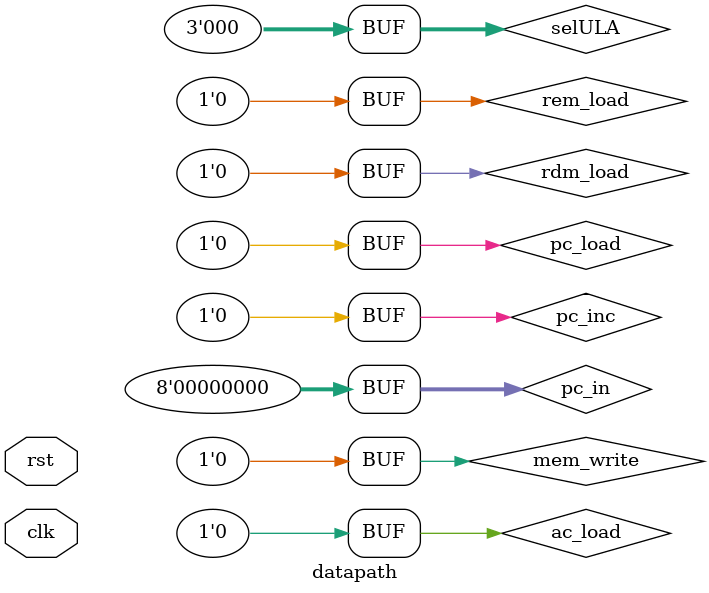
<source format=sv>
module datapath(
    input logic clk,rst
);

    // SINAIS

    // PC

    logic pc_load;          // carga pc
    logic pc_inc;          // incremento 
    logic [7:0] pc_in;     // dado que vai ser recebido por pc
    logic [7:0] pc_out;    // valor que sai de pc

    //REM

    logic rem_load;        // carga rem
    logic [7:0] rem_out;  //saída rem

    //MEMORIA

    logic mem_write;
    logic [15:0] mem_out; //dado que sai da memoria

    //RDM

    logic rdm_load;         // carga RDM
    logic [15:0] rdm_out;  //dado guardado no RDM

    //RI

    logic ri_load;  //carga RI (decide quando RI vai guardar o valor que chegou de RDM)
    logic ri_out;   // a saida de RI é o OPCODE

    // AC

    logic ac_load;           // carga AC
    logic [15:0] ac_out;     // saída AC
    logic [15:0] ula_out;    // entrada para ac (resultado da ULA)

    // ULA

    logic [2:0] selULA;       // operação da ULA
    logic flag_N, flag_Z;      // flags

    // FLAGS

    logic n_load, z_load;      // sinais para carregar N e Z
    logic n_out, z_out;        // saída das flags


    //instanciando pc

    pc_inc teste_PC (
        .clk(clk),      //clock do datapath
        .rst(rst),      // reset do datapath
        .load(pc_load), // carrega novo valor no PC
        .incrementa(pc_inc), // PC + 1 quando ativo
        .entrada(pc_in),    // valor que entra no PC
        .pc(pc_out)         // valor atual do PC (saida)
    );

    //teste
    assign pc_load = 0;
    assign pc_inc = 0;
    assign pc_in = 8'b0;

    // PC -> REM

    //instanciando rem

    rem teste_REM (
        .clk(clk),
        .rst(rst),
        .load(rem_load),
        .d(pc_out),  // a saida de pc entra no rem
        .q(rem_out) // saida do REM, endereço que vai pra memoria
    );

    //teste
    assign rem_load = 0;


    // PC -> REM -> MEMORIA
    ram teste_MEM(
        .clk(clk),
        .addr(rem_out),    //endereço sai do rem e entra na memoria
        .write(mem_write), //ativa escrita na memoria
        .data_in(rdm_out), //dado que vai ser escrito
        .data_out(mem_out) //dado que foi lido
    );

   
    // instanciando RDM

    //PC -> REM -> MEMORIA -> RDM

    rdm teste_RDM (
        .clk(clk),
        .rst(rst),
        .load(rdm_load),
        .d(mem_out),          // dado sai da memoria e vai pro RDM
        .q(rdm_out)           // dado que saiu do RDM (dado que foi lido)
    );

    // teste
    assign mem_write = 0;
    assign rdm_load  = 0;


    //instanciando  RI

    //PC -> REM -> MEMORIA -> RDM -> RI

   ri teste_RI(
    .clk(clk),           
    .rst(rst),           
    .load(ri_load),      
    .d(rdm_out[3:0]),    // pega os 4 bits menos significativos do RDM
    .q(ri_out)           // saída do RI
);

    // instanciando AC

    ac teste_AC (
    .clk(clk),
    .rst(rst),
    .load(ac_load),
    .d(ula_out),    // resultado da ULA vai entrar no AC
    .q(ac_out)      // saída do AC
);

    // teste 
    assign ac_load = 0;


    // instanciando a ULA

    // PC -> REM -> MEMORIA -> RDM -> AC -> ULA -> AC

    ULA teste_ULA (
        .X(ac_out),          // entrada X da ULA
        .Y(rdm_out),         // entrada Y da ULA
        .selULA(selULA),     // seleciona operação
        .AC(ula_out),        // resultado da ULA
        .N(flag_N),          // flag N
        .Z(flag_Z)           // flag Z
    );

    // teste 
    assign selULA = 3'b000;  //operação soma


    // flip-flops (das flags)

    // AC -> ULA -> FLAGS

    logic N_reg, Z_reg;  // registradores que armazenam as flags

    always_ff @(posedge clk or posedge rst) 
    begin
        if (rst) 
        begin
            N_reg <= 0;   // reseta a flag N
            Z_reg <= 0;   // reseta a flag Z
        end 
        else 
        begin
            N_reg <= flag_N;  // pega o valor de N da ULA
            Z_reg <= flag_Z;  // valor de Z da uLA
        end
    end

    // saídas para usar as flags em outro modulo
    assign N_out = N_reg;
    assign Z_out = Z_reg;

endmodule
</source>
